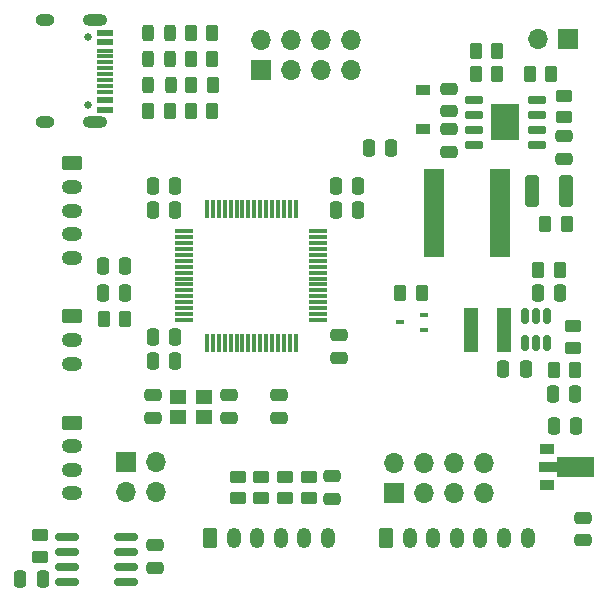
<source format=gts>
G04 #@! TF.GenerationSoftware,KiCad,Pcbnew,(6.0.7-1)-1*
G04 #@! TF.CreationDate,2022-12-09T20:13:00+01:00*
G04 #@! TF.ProjectId,ESC-logic,4553432d-6c6f-4676-9963-2e6b69636164,rev?*
G04 #@! TF.SameCoordinates,Original*
G04 #@! TF.FileFunction,Soldermask,Top*
G04 #@! TF.FilePolarity,Negative*
%FSLAX46Y46*%
G04 Gerber Fmt 4.6, Leading zero omitted, Abs format (unit mm)*
G04 Created by KiCad (PCBNEW (6.0.7-1)-1) date 2022-12-09 20:13:00*
%MOMM*%
%LPD*%
G01*
G04 APERTURE LIST*
G04 Aperture macros list*
%AMRoundRect*
0 Rectangle with rounded corners*
0 $1 Rounding radius*
0 $2 $3 $4 $5 $6 $7 $8 $9 X,Y pos of 4 corners*
0 Add a 4 corners polygon primitive as box body*
4,1,4,$2,$3,$4,$5,$6,$7,$8,$9,$2,$3,0*
0 Add four circle primitives for the rounded corners*
1,1,$1+$1,$2,$3*
1,1,$1+$1,$4,$5*
1,1,$1+$1,$6,$7*
1,1,$1+$1,$8,$9*
0 Add four rect primitives between the rounded corners*
20,1,$1+$1,$2,$3,$4,$5,0*
20,1,$1+$1,$4,$5,$6,$7,0*
20,1,$1+$1,$6,$7,$8,$9,0*
20,1,$1+$1,$8,$9,$2,$3,0*%
%AMFreePoly0*
4,1,9,3.862500,-0.866500,0.737500,-0.866500,0.737500,-0.450000,-0.737500,-0.450000,-0.737500,0.450000,0.737500,0.450000,0.737500,0.866500,3.862500,0.866500,3.862500,-0.866500,3.862500,-0.866500,$1*%
G04 Aperture macros list end*
%ADD10RoundRect,0.075000X0.075000X-0.700000X0.075000X0.700000X-0.075000X0.700000X-0.075000X-0.700000X0*%
%ADD11RoundRect,0.075000X0.700000X-0.075000X0.700000X0.075000X-0.700000X0.075000X-0.700000X-0.075000X0*%
%ADD12RoundRect,0.250000X0.262500X0.450000X-0.262500X0.450000X-0.262500X-0.450000X0.262500X-0.450000X0*%
%ADD13RoundRect,0.250000X-0.475000X0.250000X-0.475000X-0.250000X0.475000X-0.250000X0.475000X0.250000X0*%
%ADD14RoundRect,0.250000X-0.262500X-0.450000X0.262500X-0.450000X0.262500X0.450000X-0.262500X0.450000X0*%
%ADD15RoundRect,0.250000X0.450000X-0.262500X0.450000X0.262500X-0.450000X0.262500X-0.450000X-0.262500X0*%
%ADD16RoundRect,0.150000X0.150000X-0.512500X0.150000X0.512500X-0.150000X0.512500X-0.150000X-0.512500X0*%
%ADD17RoundRect,0.250000X-0.625000X0.350000X-0.625000X-0.350000X0.625000X-0.350000X0.625000X0.350000X0*%
%ADD18O,1.750000X1.200000*%
%ADD19R,1.700000X1.700000*%
%ADD20O,1.700000X1.700000*%
%ADD21RoundRect,0.243750X-0.243750X-0.456250X0.243750X-0.456250X0.243750X0.456250X-0.243750X0.456250X0*%
%ADD22RoundRect,0.150000X0.650000X0.150000X-0.650000X0.150000X-0.650000X-0.150000X0.650000X-0.150000X0*%
%ADD23R,2.410000X3.100000*%
%ADD24RoundRect,0.250000X-0.250000X-0.475000X0.250000X-0.475000X0.250000X0.475000X-0.250000X0.475000X0*%
%ADD25RoundRect,0.250000X0.250000X0.475000X-0.250000X0.475000X-0.250000X-0.475000X0.250000X-0.475000X0*%
%ADD26R,1.800000X7.500000*%
%ADD27R,1.300000X0.900000*%
%ADD28FreePoly0,0.000000*%
%ADD29RoundRect,0.250000X0.475000X-0.250000X0.475000X0.250000X-0.475000X0.250000X-0.475000X-0.250000X0*%
%ADD30R,1.200000X3.700000*%
%ADD31R,1.200000X0.900000*%
%ADD32RoundRect,0.250000X-0.350000X-0.625000X0.350000X-0.625000X0.350000X0.625000X-0.350000X0.625000X0*%
%ADD33O,1.200000X1.750000*%
%ADD34R,1.400000X1.200000*%
%ADD35RoundRect,0.150000X0.825000X0.150000X-0.825000X0.150000X-0.825000X-0.150000X0.825000X-0.150000X0*%
%ADD36R,0.700000X0.450000*%
%ADD37RoundRect,0.250000X0.325000X1.100000X-0.325000X1.100000X-0.325000X-1.100000X0.325000X-1.100000X0*%
%ADD38C,0.650000*%
%ADD39R,1.450000X0.600000*%
%ADD40R,1.450000X0.300000*%
%ADD41O,1.600000X1.000000*%
%ADD42O,2.100000X1.000000*%
G04 APERTURE END LIST*
D10*
X114650000Y-96475000D03*
X115150000Y-96475000D03*
X115650000Y-96475000D03*
X116150000Y-96475000D03*
X116650000Y-96475000D03*
X117150000Y-96475000D03*
X117650000Y-96475000D03*
X118150000Y-96475000D03*
X118650000Y-96475000D03*
X119150000Y-96475000D03*
X119650000Y-96475000D03*
X120150000Y-96475000D03*
X120650000Y-96475000D03*
X121150000Y-96475000D03*
X121650000Y-96475000D03*
X122150000Y-96475000D03*
D11*
X124075000Y-94550000D03*
X124075000Y-94050000D03*
X124075000Y-93550000D03*
X124075000Y-93050000D03*
X124075000Y-92550000D03*
X124075000Y-92050000D03*
X124075000Y-91550000D03*
X124075000Y-91050000D03*
X124075000Y-90550000D03*
X124075000Y-90050000D03*
X124075000Y-89550000D03*
X124075000Y-89050000D03*
X124075000Y-88550000D03*
X124075000Y-88050000D03*
X124075000Y-87550000D03*
X124075000Y-87050000D03*
D10*
X122150000Y-85125000D03*
X121650000Y-85125000D03*
X121150000Y-85125000D03*
X120650000Y-85125000D03*
X120150000Y-85125000D03*
X119650000Y-85125000D03*
X119150000Y-85125000D03*
X118650000Y-85125000D03*
X118150000Y-85125000D03*
X117650000Y-85125000D03*
X117150000Y-85125000D03*
X116650000Y-85125000D03*
X116150000Y-85125000D03*
X115650000Y-85125000D03*
X115150000Y-85125000D03*
X114650000Y-85125000D03*
D11*
X112725000Y-87050000D03*
X112725000Y-87550000D03*
X112725000Y-88050000D03*
X112725000Y-88550000D03*
X112725000Y-89050000D03*
X112725000Y-89550000D03*
X112725000Y-90050000D03*
X112725000Y-90550000D03*
X112725000Y-91050000D03*
X112725000Y-91550000D03*
X112725000Y-92050000D03*
X112725000Y-92550000D03*
X112725000Y-93050000D03*
X112725000Y-93550000D03*
X112725000Y-94050000D03*
X112725000Y-94550000D03*
D12*
X115125000Y-74700000D03*
X113300000Y-74700000D03*
D13*
X125800000Y-95850000D03*
X125800000Y-97750000D03*
X125250000Y-107800000D03*
X125250000Y-109700000D03*
D14*
X143987500Y-98800000D03*
X145812500Y-98800000D03*
D15*
X100500000Y-114612500D03*
X100500000Y-112787500D03*
D12*
X143812500Y-73700000D03*
X141987500Y-73700000D03*
D13*
X116550000Y-100940000D03*
X116550000Y-102840000D03*
D16*
X141550000Y-96537500D03*
X142500000Y-96537500D03*
X143450000Y-96537500D03*
X143450000Y-94262500D03*
X142500000Y-94262500D03*
X141550000Y-94262500D03*
D15*
X119250000Y-109662500D03*
X119250000Y-107837500D03*
D17*
X103250000Y-103250000D03*
D18*
X103250000Y-105250000D03*
X103250000Y-107250000D03*
X103250000Y-109250000D03*
D13*
X146500000Y-111300000D03*
X146500000Y-113200000D03*
D12*
X115100000Y-70300000D03*
X113275000Y-70300000D03*
D19*
X107825000Y-106625000D03*
D20*
X110365000Y-106625000D03*
X107825000Y-109165000D03*
X110365000Y-109165000D03*
D14*
X109687500Y-76900000D03*
X111512500Y-76900000D03*
D21*
X109687500Y-74700000D03*
X111562500Y-74700000D03*
D22*
X142550000Y-79730000D03*
X142550000Y-78460000D03*
X142550000Y-77190000D03*
X142550000Y-75920000D03*
X137250000Y-75920000D03*
X137250000Y-77190000D03*
X137250000Y-78460000D03*
X137250000Y-79730000D03*
D23*
X139900000Y-77825000D03*
D15*
X117250000Y-109662500D03*
X117250000Y-107837500D03*
D24*
X125550000Y-83250000D03*
X127450000Y-83250000D03*
D21*
X109650000Y-70300000D03*
X111525000Y-70300000D03*
D25*
X107750000Y-92250000D03*
X105850000Y-92250000D03*
D14*
X105887500Y-94500000D03*
X107712500Y-94500000D03*
D26*
X139500000Y-85500000D03*
X133900000Y-85500000D03*
D17*
X103250000Y-94250000D03*
D18*
X103250000Y-96250000D03*
X103250000Y-98250000D03*
D25*
X141650000Y-98700000D03*
X139750000Y-98700000D03*
D27*
X143400000Y-105500000D03*
D28*
X143487500Y-107000000D03*
D27*
X143400000Y-108500000D03*
D29*
X135100000Y-76900000D03*
X135100000Y-75000000D03*
D14*
X137387500Y-73725000D03*
X139212500Y-73725000D03*
D25*
X145900000Y-103500000D03*
X144000000Y-103500000D03*
X111950000Y-96000000D03*
X110050000Y-96000000D03*
D24*
X142650000Y-92300000D03*
X144550000Y-92300000D03*
D12*
X132812500Y-92250000D03*
X130987500Y-92250000D03*
D15*
X123250000Y-109662500D03*
X123250000Y-107837500D03*
D12*
X139212500Y-71750000D03*
X137387500Y-71750000D03*
D15*
X121250000Y-109662500D03*
X121250000Y-107837500D03*
D13*
X144900000Y-79000000D03*
X144900000Y-80900000D03*
D30*
X139800000Y-95400000D03*
X137000000Y-95400000D03*
D21*
X109652500Y-72500000D03*
X111527500Y-72500000D03*
D13*
X110250000Y-113650000D03*
X110250000Y-115550000D03*
D31*
X132900000Y-78400000D03*
X132900000Y-75100000D03*
D32*
X129800000Y-113000000D03*
D33*
X131800000Y-113000000D03*
X133800000Y-113000000D03*
X135800000Y-113000000D03*
X137800000Y-113000000D03*
X139800000Y-113000000D03*
X141800000Y-113000000D03*
D34*
X112200000Y-102750000D03*
X114400000Y-102750000D03*
X114400000Y-101050000D03*
X112200000Y-101050000D03*
D14*
X142687500Y-90300000D03*
X144512500Y-90300000D03*
D32*
X114900000Y-113000000D03*
D33*
X116900000Y-113000000D03*
X118900000Y-113000000D03*
X120900000Y-113000000D03*
X122900000Y-113000000D03*
X124900000Y-113000000D03*
D19*
X119200000Y-73375000D03*
D20*
X119200000Y-70835000D03*
X121740000Y-73375000D03*
X121740000Y-70835000D03*
X124280000Y-73375000D03*
X124280000Y-70835000D03*
X126820000Y-73375000D03*
X126820000Y-70835000D03*
D35*
X107775000Y-116705000D03*
X107775000Y-115435000D03*
X107775000Y-114165000D03*
X107775000Y-112895000D03*
X102825000Y-112895000D03*
X102825000Y-114165000D03*
X102825000Y-115435000D03*
X102825000Y-116705000D03*
D17*
X103200000Y-81300000D03*
D18*
X103200000Y-83300000D03*
X103200000Y-85300000D03*
X103200000Y-87300000D03*
X103200000Y-89300000D03*
D36*
X133000000Y-95400000D03*
X133000000Y-94100000D03*
X131000000Y-94750000D03*
D37*
X145075000Y-83600000D03*
X142125000Y-83600000D03*
D12*
X115102500Y-72505000D03*
X113277500Y-72505000D03*
D24*
X98850000Y-116500000D03*
X100750000Y-116500000D03*
D15*
X144900000Y-77412500D03*
X144900000Y-75587500D03*
D29*
X110100000Y-102850000D03*
X110100000Y-100950000D03*
D25*
X111950000Y-85250000D03*
X110050000Y-85250000D03*
D15*
X145600000Y-96912500D03*
X145600000Y-95087500D03*
D13*
X135100000Y-78400000D03*
X135100000Y-80300000D03*
D25*
X130250000Y-80000000D03*
X128350000Y-80000000D03*
X107750000Y-90000000D03*
X105850000Y-90000000D03*
X111950000Y-83250000D03*
X110050000Y-83250000D03*
D12*
X115112500Y-76900000D03*
X113287500Y-76900000D03*
D24*
X125550000Y-85250000D03*
X127450000Y-85250000D03*
D25*
X111950000Y-98000000D03*
X110050000Y-98000000D03*
D12*
X145112500Y-86400000D03*
X143287500Y-86400000D03*
D13*
X120750000Y-100950000D03*
X120750000Y-102850000D03*
D38*
X104600000Y-70610000D03*
X104600000Y-76390000D03*
D39*
X106045000Y-70250000D03*
X106045000Y-71050000D03*
D40*
X106045000Y-72250000D03*
X106045000Y-73250000D03*
X106045000Y-73750000D03*
X106045000Y-74750000D03*
D39*
X106045000Y-75950000D03*
X106045000Y-76750000D03*
X106045000Y-76750000D03*
X106045000Y-75950000D03*
D40*
X106045000Y-75250000D03*
X106045000Y-74250000D03*
X106045000Y-72750000D03*
X106045000Y-71750000D03*
D39*
X106045000Y-71050000D03*
X106045000Y-70250000D03*
D41*
X100950000Y-77820000D03*
D42*
X105130000Y-77820000D03*
X105130000Y-69180000D03*
D41*
X100950000Y-69180000D03*
D24*
X143950000Y-100800000D03*
X145850000Y-100800000D03*
D19*
X145200000Y-70800000D03*
D20*
X142660000Y-70800000D03*
D19*
X130500000Y-109200000D03*
D20*
X130500000Y-106660000D03*
X133040000Y-109200000D03*
X133040000Y-106660000D03*
X135580000Y-109200000D03*
X135580000Y-106660000D03*
X138120000Y-109200000D03*
X138120000Y-106660000D03*
M02*

</source>
